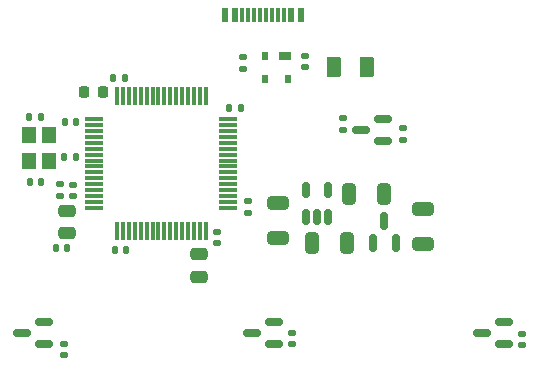
<source format=gbr>
%TF.GenerationSoftware,KiCad,Pcbnew,(7.0.0-0)*%
%TF.CreationDate,2023-04-23T02:24:18-05:00*%
%TF.ProjectId,RP2040_minimal,52503230-3430-45f6-9d69-6e696d616c2e,REV1*%
%TF.SameCoordinates,Original*%
%TF.FileFunction,Paste,Top*%
%TF.FilePolarity,Positive*%
%FSLAX46Y46*%
G04 Gerber Fmt 4.6, Leading zero omitted, Abs format (unit mm)*
G04 Created by KiCad (PCBNEW (7.0.0-0)) date 2023-04-23 02:24:18*
%MOMM*%
%LPD*%
G01*
G04 APERTURE LIST*
G04 Aperture macros list*
%AMRoundRect*
0 Rectangle with rounded corners*
0 $1 Rounding radius*
0 $2 $3 $4 $5 $6 $7 $8 $9 X,Y pos of 4 corners*
0 Add a 4 corners polygon primitive as box body*
4,1,4,$2,$3,$4,$5,$6,$7,$8,$9,$2,$3,0*
0 Add four circle primitives for the rounded corners*
1,1,$1+$1,$2,$3*
1,1,$1+$1,$4,$5*
1,1,$1+$1,$6,$7*
1,1,$1+$1,$8,$9*
0 Add four rect primitives between the rounded corners*
20,1,$1+$1,$2,$3,$4,$5,0*
20,1,$1+$1,$4,$5,$6,$7,0*
20,1,$1+$1,$6,$7,$8,$9,0*
20,1,$1+$1,$8,$9,$2,$3,0*%
G04 Aperture macros list end*
%ADD10RoundRect,0.250000X0.475000X-0.250000X0.475000X0.250000X-0.475000X0.250000X-0.475000X-0.250000X0*%
%ADD11RoundRect,0.225000X0.225000X0.250000X-0.225000X0.250000X-0.225000X-0.250000X0.225000X-0.250000X0*%
%ADD12RoundRect,0.140000X0.140000X0.170000X-0.140000X0.170000X-0.140000X-0.170000X0.140000X-0.170000X0*%
%ADD13RoundRect,0.135000X-0.185000X0.135000X-0.185000X-0.135000X0.185000X-0.135000X0.185000X0.135000X0*%
%ADD14R,0.600000X1.150000*%
%ADD15R,0.300000X1.150000*%
%ADD16RoundRect,0.150000X0.587500X0.150000X-0.587500X0.150000X-0.587500X-0.150000X0.587500X-0.150000X0*%
%ADD17RoundRect,0.150000X0.150000X-0.587500X0.150000X0.587500X-0.150000X0.587500X-0.150000X-0.587500X0*%
%ADD18R,1.200000X1.400000*%
%ADD19R,1.000000X0.700000*%
%ADD20R,0.600000X0.700000*%
%ADD21RoundRect,0.250000X-0.325000X-0.650000X0.325000X-0.650000X0.325000X0.650000X-0.325000X0.650000X0*%
%ADD22RoundRect,0.140000X-0.170000X0.140000X-0.170000X-0.140000X0.170000X-0.140000X0.170000X0.140000X0*%
%ADD23RoundRect,0.250000X0.325000X0.650000X-0.325000X0.650000X-0.325000X-0.650000X0.325000X-0.650000X0*%
%ADD24RoundRect,0.140000X0.170000X-0.140000X0.170000X0.140000X-0.170000X0.140000X-0.170000X-0.140000X0*%
%ADD25RoundRect,0.250000X-0.650000X0.325000X-0.650000X-0.325000X0.650000X-0.325000X0.650000X0.325000X0*%
%ADD26RoundRect,0.140000X-0.140000X-0.170000X0.140000X-0.170000X0.140000X0.170000X-0.140000X0.170000X0*%
%ADD27RoundRect,0.135000X0.135000X0.185000X-0.135000X0.185000X-0.135000X-0.185000X0.135000X-0.185000X0*%
%ADD28RoundRect,0.135000X0.185000X-0.135000X0.185000X0.135000X-0.185000X0.135000X-0.185000X-0.135000X0*%
%ADD29RoundRect,0.250000X0.650000X-0.325000X0.650000X0.325000X-0.650000X0.325000X-0.650000X-0.325000X0*%
%ADD30RoundRect,0.075000X-0.700000X-0.075000X0.700000X-0.075000X0.700000X0.075000X-0.700000X0.075000X0*%
%ADD31RoundRect,0.075000X-0.075000X-0.700000X0.075000X-0.700000X0.075000X0.700000X-0.075000X0.700000X0*%
%ADD32RoundRect,0.250000X-0.375000X-0.625000X0.375000X-0.625000X0.375000X0.625000X-0.375000X0.625000X0*%
%ADD33RoundRect,0.250000X-0.475000X0.250000X-0.475000X-0.250000X0.475000X-0.250000X0.475000X0.250000X0*%
%ADD34RoundRect,0.150000X0.150000X-0.512500X0.150000X0.512500X-0.150000X0.512500X-0.150000X-0.512500X0*%
G04 APERTURE END LIST*
D10*
%TO.C,FB1*%
X-16630000Y8460000D03*
X-16630000Y10360000D03*
%TD*%
D11*
%TO.C,C1*%
X-13575000Y20400000D03*
X-15125000Y20400000D03*
%TD*%
D12*
%TO.C,C12*%
X-16570000Y7175000D03*
X-17530000Y7175000D03*
%TD*%
D13*
%TO.C,R6*%
X11877500Y17395000D03*
X11877500Y16375000D03*
%TD*%
D14*
%TO.C,P1*%
X3199999Y26894999D03*
X2399999Y26894999D03*
D15*
X1249999Y26894999D03*
X249999Y26894999D03*
X-249999Y26894999D03*
X-1249999Y26894999D03*
D14*
X-2399999Y26894999D03*
X-3199999Y26894999D03*
X-3199999Y26894999D03*
X-2399999Y26894999D03*
D15*
X-1749999Y26894999D03*
X-749999Y26894999D03*
X749999Y26894999D03*
X1749999Y26894999D03*
D14*
X2399999Y26894999D03*
X3199999Y26894999D03*
%TD*%
D12*
%TO.C,C5*%
X-11580000Y7040000D03*
X-12540000Y7040000D03*
%TD*%
D16*
%TO.C,U5*%
X20437500Y-950000D03*
X20437500Y950000D03*
X18562500Y0D03*
%TD*%
D17*
%TO.C,U1*%
X9325000Y7612500D03*
X11225000Y7612500D03*
X10275000Y9487500D03*
%TD*%
D18*
%TO.C,Y1*%
X-19818092Y16729999D03*
X-19818092Y14529999D03*
X-18118092Y14529999D03*
X-18118092Y16729999D03*
%TD*%
D19*
%TO.C,U3*%
X1909999Y23479999D03*
D20*
X209999Y23479999D03*
X209999Y21479999D03*
X2109999Y21479999D03*
%TD*%
D21*
%TO.C,C9*%
X4165000Y7587500D03*
X7115000Y7587500D03*
%TD*%
D12*
%TO.C,C2*%
X-15810000Y17900000D03*
X-16770000Y17900000D03*
%TD*%
D22*
%TO.C,R1*%
X3602500Y23480000D03*
X3602500Y22520000D03*
%TD*%
D23*
%TO.C,C7*%
X10260000Y11777500D03*
X7310000Y11777500D03*
%TD*%
D24*
%TO.C,C15*%
X-16820000Y-1860000D03*
X-16820000Y-900000D03*
%TD*%
%TO.C,C14*%
X-16070000Y11610000D03*
X-16070000Y12570000D03*
%TD*%
D25*
%TO.C,C10*%
X1247813Y10981187D03*
X1247813Y8031187D03*
%TD*%
D26*
%TO.C,C3*%
X-12675000Y21630000D03*
X-11715000Y21630000D03*
%TD*%
D27*
%TO.C,R3*%
X-15790000Y14890000D03*
X-16810000Y14890000D03*
%TD*%
D28*
%TO.C,R7*%
X6750000Y17190000D03*
X6750000Y18210000D03*
%TD*%
D16*
%TO.C,U4*%
X937500Y-950000D03*
X937500Y950000D03*
X-937500Y0D03*
%TD*%
D26*
%TO.C,C6*%
X-2850000Y19020000D03*
X-1890000Y19020000D03*
%TD*%
D22*
%TO.C,C17*%
X2450000Y10000D03*
X2450000Y-950000D03*
%TD*%
D29*
%TO.C,C8*%
X13570000Y7575000D03*
X13570000Y10525000D03*
%TD*%
D16*
%TO.C,U6*%
X-18562500Y-950000D03*
X-18562500Y950000D03*
X-20437500Y0D03*
%TD*%
D22*
%TO.C,R2*%
X-1680000Y23340000D03*
X-1680000Y22380000D03*
%TD*%
D28*
%TO.C,R5*%
X-1250000Y10130000D03*
X-1250000Y11150000D03*
%TD*%
D24*
%TO.C,C13*%
X-17150000Y11620000D03*
X-17150000Y12580000D03*
%TD*%
D22*
%TO.C,C16*%
X21970000Y-50000D03*
X21970000Y-1010000D03*
%TD*%
D12*
%TO.C,C19*%
X-18800365Y12771742D03*
X-19760365Y12771742D03*
%TD*%
D22*
%TO.C,C4*%
X-3890000Y8591041D03*
X-3890000Y7631041D03*
%TD*%
D16*
%TO.C,Q1*%
X10175000Y16225000D03*
X10175000Y18125000D03*
X8300000Y17175000D03*
%TD*%
D26*
%TO.C,C18*%
X-19765365Y18251742D03*
X-18805365Y18251742D03*
%TD*%
D30*
%TO.C,U7*%
X-14275000Y18100000D03*
X-14275000Y17600000D03*
X-14275000Y17100000D03*
X-14275000Y16600000D03*
X-14275000Y16100000D03*
X-14275000Y15600000D03*
X-14275000Y15100000D03*
X-14275000Y14600000D03*
X-14275000Y14100000D03*
X-14275000Y13600000D03*
X-14275000Y13100000D03*
X-14275000Y12600000D03*
X-14275000Y12100000D03*
X-14275000Y11600000D03*
X-14275000Y11100000D03*
X-14275000Y10600000D03*
D31*
X-12350000Y8675000D03*
X-11850000Y8675000D03*
X-11350000Y8675000D03*
X-10850000Y8675000D03*
X-10350000Y8675000D03*
X-9850000Y8675000D03*
X-9350000Y8675000D03*
X-8850000Y8675000D03*
X-8350000Y8675000D03*
X-7850000Y8675000D03*
X-7350000Y8675000D03*
X-6850000Y8675000D03*
X-6350000Y8675000D03*
X-5850000Y8675000D03*
X-5350000Y8675000D03*
X-4850000Y8675000D03*
D30*
X-2925000Y10600000D03*
X-2925000Y11100000D03*
X-2925000Y11600000D03*
X-2925000Y12100000D03*
X-2925000Y12600000D03*
X-2925000Y13100000D03*
X-2925000Y13600000D03*
X-2925000Y14100000D03*
X-2925000Y14600000D03*
X-2925000Y15100000D03*
X-2925000Y15600000D03*
X-2925000Y16100000D03*
X-2925000Y16600000D03*
X-2925000Y17100000D03*
X-2925000Y17600000D03*
X-2925000Y18100000D03*
D31*
X-4850000Y20025000D03*
X-5350000Y20025000D03*
X-5850000Y20025000D03*
X-6350000Y20025000D03*
X-6850000Y20025000D03*
X-7350000Y20025000D03*
X-7850000Y20025000D03*
X-8350000Y20025000D03*
X-8850000Y20025000D03*
X-9350000Y20025000D03*
X-9850000Y20025000D03*
X-10350000Y20025000D03*
X-10850000Y20025000D03*
X-11350000Y20025000D03*
X-11850000Y20025000D03*
X-12350000Y20025000D03*
%TD*%
D32*
%TO.C,F1*%
X6020000Y22520000D03*
X8820000Y22520000D03*
%TD*%
D33*
%TO.C,C20*%
X-5390000Y6660000D03*
X-5390000Y4760000D03*
%TD*%
D34*
%TO.C,U2*%
X3650000Y9832500D03*
X4600000Y9832500D03*
X5550000Y9832500D03*
X5550000Y12107500D03*
X3650000Y12107500D03*
%TD*%
M02*

</source>
